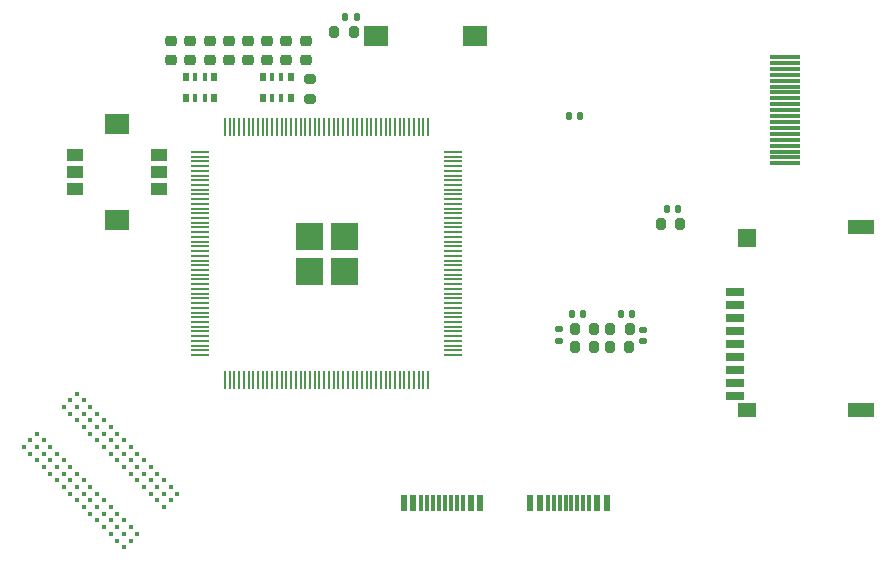
<source format=gtp>
G04 #@! TF.GenerationSoftware,KiCad,Pcbnew,7.0.6*
G04 #@! TF.CreationDate,2023-08-22T01:44:11+01:00*
G04 #@! TF.ProjectId,yasbc,79617362-632e-46b6-9963-61645f706362,rev?*
G04 #@! TF.SameCoordinates,Original*
G04 #@! TF.FileFunction,Paste,Top*
G04 #@! TF.FilePolarity,Positive*
%FSLAX46Y46*%
G04 Gerber Fmt 4.6, Leading zero omitted, Abs format (unit mm)*
G04 Created by KiCad (PCBNEW 7.0.6) date 2023-08-22 01:44:11*
%MOMM*%
%LPD*%
G01*
G04 APERTURE LIST*
G04 Aperture macros list*
%AMRoundRect*
0 Rectangle with rounded corners*
0 $1 Rounding radius*
0 $2 $3 $4 $5 $6 $7 $8 $9 X,Y pos of 4 corners*
0 Add a 4 corners polygon primitive as box body*
4,1,4,$2,$3,$4,$5,$6,$7,$8,$9,$2,$3,0*
0 Add four circle primitives for the rounded corners*
1,1,$1+$1,$2,$3*
1,1,$1+$1,$4,$5*
1,1,$1+$1,$6,$7*
1,1,$1+$1,$8,$9*
0 Add four rect primitives between the rounded corners*
20,1,$1+$1,$2,$3,$4,$5,0*
20,1,$1+$1,$4,$5,$6,$7,0*
20,1,$1+$1,$6,$7,$8,$9,0*
20,1,$1+$1,$8,$9,$2,$3,0*%
G04 Aperture macros list end*
%ADD10C,0.010000*%
%ADD11RoundRect,0.140000X0.140000X0.170000X-0.140000X0.170000X-0.140000X-0.170000X0.140000X-0.170000X0*%
%ADD12RoundRect,0.140000X-0.170000X0.140000X-0.170000X-0.140000X0.170000X-0.140000X0.170000X0.140000X0*%
%ADD13R,0.500000X0.800000*%
%ADD14R,0.400000X0.800000*%
%ADD15RoundRect,0.200000X-0.275000X0.200000X-0.275000X-0.200000X0.275000X-0.200000X0.275000X0.200000X0*%
%ADD16RoundRect,0.060000X-0.720000X-0.060000X0.720000X-0.060000X0.720000X0.060000X-0.720000X0.060000X0*%
%ADD17RoundRect,0.060000X-0.060000X-0.720000X0.060000X-0.720000X0.060000X0.720000X-0.060000X0.720000X0*%
%ADD18RoundRect,0.218750X-0.256250X0.218750X-0.256250X-0.218750X0.256250X-0.218750X0.256250X0.218750X0*%
%ADD19R,1.600000X0.700000*%
%ADD20R,1.500000X1.200000*%
%ADD21R,2.200000X1.200000*%
%ADD22R,1.500000X1.600000*%
%ADD23R,0.600000X1.450000*%
%ADD24R,0.300000X1.450000*%
%ADD25RoundRect,0.200000X-0.200000X-0.275000X0.200000X-0.275000X0.200000X0.275000X-0.200000X0.275000X0*%
%ADD26R,2.000000X1.800000*%
%ADD27RoundRect,0.140000X-0.140000X-0.170000X0.140000X-0.170000X0.140000X0.170000X-0.140000X0.170000X0*%
%ADD28RoundRect,0.200000X0.200000X0.275000X-0.200000X0.275000X-0.200000X-0.275000X0.200000X-0.275000X0*%
%ADD29R,1.350000X1.000000*%
%ADD30R,2.600000X0.300000*%
%ADD31C,0.400000*%
G04 APERTURE END LIST*
D10*
X87389750Y78215070D02*
X85161920Y78215070D01*
X85161920Y80442900D01*
X87389750Y80442900D01*
X87389750Y78215070D01*
G36*
X87389750Y78215070D02*
G01*
X85161920Y78215070D01*
X85161920Y80442900D01*
X87389750Y80442900D01*
X87389750Y78215070D01*
G37*
X87389750Y81223323D02*
X85166920Y81223323D01*
X85166920Y83442900D01*
X87389750Y83442900D01*
X87389750Y81223323D01*
G36*
X87389750Y81223323D02*
G01*
X85166920Y81223323D01*
X85166920Y83442900D01*
X87389750Y83442900D01*
X87389750Y81223323D01*
G37*
X90389750Y81224375D02*
X88171225Y81224375D01*
X88171225Y83442900D01*
X90389750Y83442900D01*
X90389750Y81224375D01*
G36*
X90389750Y81224375D02*
G01*
X88171225Y81224375D01*
X88171225Y83442900D01*
X90389750Y83442900D01*
X90389750Y81224375D01*
G37*
X90389750Y78209800D02*
X88171707Y78209800D01*
X88171707Y80442900D01*
X90389750Y80442900D01*
X90389750Y78209800D01*
G36*
X90389750Y78209800D02*
G01*
X88171707Y78209800D01*
X88171707Y80442900D01*
X90389750Y80442900D01*
X90389750Y78209800D01*
G37*
D11*
X109524800Y75666600D03*
X108564800Y75666600D03*
D12*
X114579400Y74394000D03*
X114579400Y73434000D03*
D13*
X82366000Y93966400D03*
D14*
X83166000Y93966400D03*
X83966000Y93966400D03*
D13*
X84766000Y93966400D03*
X84766000Y95766400D03*
D14*
X83966000Y95766400D03*
X83166000Y95766400D03*
D13*
X82366000Y95766400D03*
D15*
X86363700Y95589300D03*
X86363700Y93939300D03*
D16*
X77099750Y89432900D03*
X77099750Y89032900D03*
X77099750Y88632900D03*
X77099750Y88232900D03*
X77099750Y87832900D03*
X77099750Y87432900D03*
X77099750Y87032900D03*
X77099750Y86632900D03*
X77099750Y86232900D03*
X77099750Y85832900D03*
X77099750Y85432900D03*
X77099750Y85032900D03*
X77099750Y84632900D03*
X77099750Y84232900D03*
X77099750Y83832900D03*
X77099750Y83432900D03*
X77099750Y83032900D03*
X77099750Y82632900D03*
X77099750Y82232900D03*
X77099750Y81832900D03*
X77099750Y81432900D03*
X77099750Y81032900D03*
X77099750Y80632900D03*
X77099750Y80232900D03*
X77099750Y79832900D03*
X77099750Y79432900D03*
X77099750Y79032900D03*
X77099750Y78632900D03*
X77099750Y78232900D03*
X77099750Y77832900D03*
X77099750Y77432900D03*
X77099750Y77032900D03*
X77099750Y76632900D03*
X77099750Y76232900D03*
X77099750Y75832900D03*
X77099750Y75432900D03*
X77099750Y75032900D03*
X77099750Y74632900D03*
X77099750Y74232900D03*
X77099750Y73832900D03*
X77099750Y73432900D03*
X77099750Y73032900D03*
X77099750Y72632900D03*
X77099750Y72232900D03*
D17*
X79179750Y70152900D03*
X79579750Y70152900D03*
X79979750Y70152900D03*
X80379750Y70152900D03*
X80779750Y70152900D03*
X81179750Y70152900D03*
X81579750Y70152900D03*
X81979750Y70152900D03*
X82379750Y70152900D03*
X82779750Y70152900D03*
X83179750Y70152900D03*
X83579750Y70152900D03*
X83979750Y70152900D03*
X84379750Y70152900D03*
X84779750Y70152900D03*
X85179750Y70152900D03*
X85579750Y70152900D03*
X85979750Y70152900D03*
X86379750Y70152900D03*
X86779750Y70152900D03*
X87179750Y70152900D03*
X87579750Y70152900D03*
X87979750Y70152900D03*
X88379750Y70152900D03*
X88779750Y70152900D03*
X89179750Y70152900D03*
X89579750Y70152900D03*
X89979750Y70152900D03*
X90379750Y70152900D03*
X90779750Y70152900D03*
X91179750Y70152900D03*
X91579750Y70152900D03*
X91979750Y70152900D03*
X92379750Y70152900D03*
X92779750Y70152900D03*
X93179750Y70152900D03*
X93579750Y70152900D03*
X93979750Y70152900D03*
X94379750Y70152900D03*
X94779750Y70152900D03*
X95179750Y70152900D03*
X95579750Y70152900D03*
X95979750Y70152900D03*
X96379750Y70152900D03*
D16*
X98459750Y72232900D03*
X98459750Y72632900D03*
X98459750Y73032900D03*
X98459750Y73432900D03*
X98459750Y73832900D03*
X98459750Y74232900D03*
X98459750Y74632900D03*
X98459750Y75032900D03*
X98459750Y75432900D03*
X98459750Y75832900D03*
X98459750Y76232900D03*
X98459750Y76632900D03*
X98459750Y77032900D03*
X98459750Y77432900D03*
X98459750Y77832900D03*
X98459750Y78232900D03*
X98459750Y78632900D03*
X98459750Y79032900D03*
X98459750Y79432900D03*
X98459750Y79832900D03*
X98459750Y80232900D03*
X98459750Y80632900D03*
X98459750Y81032900D03*
X98459750Y81432900D03*
X98459750Y81832900D03*
X98459750Y82232900D03*
X98459750Y82632900D03*
X98459750Y83032900D03*
X98459750Y83432900D03*
X98459750Y83832900D03*
X98459750Y84232900D03*
X98459750Y84632900D03*
X98459750Y85032900D03*
X98459750Y85432900D03*
X98459750Y85832900D03*
X98459750Y86232900D03*
X98459750Y86632900D03*
X98459750Y87032900D03*
X98459750Y87432900D03*
X98459750Y87832900D03*
X98459750Y88232900D03*
X98459750Y88632900D03*
X98459750Y89032900D03*
X98459750Y89432900D03*
D17*
X96379750Y91512900D03*
X95979750Y91512900D03*
X95579750Y91512900D03*
X95179750Y91512900D03*
X94779750Y91512900D03*
X94379750Y91512900D03*
X93979750Y91512900D03*
X93579750Y91512900D03*
X93179750Y91512900D03*
X92779750Y91512900D03*
X92379750Y91512900D03*
X91979750Y91512900D03*
X91579750Y91512900D03*
X91179750Y91512900D03*
X90779750Y91512900D03*
X90379750Y91512900D03*
X89979750Y91512900D03*
X89579750Y91512900D03*
X89179750Y91512900D03*
X88779750Y91512900D03*
X88379750Y91512900D03*
X87979750Y91512900D03*
X87579750Y91512900D03*
X87179750Y91512900D03*
X86779750Y91512900D03*
X86379750Y91512900D03*
X85979750Y91512900D03*
X85579750Y91512900D03*
X85179750Y91512900D03*
X84779750Y91512900D03*
X84379750Y91512900D03*
X83979750Y91512900D03*
X83579750Y91512900D03*
X83179750Y91512900D03*
X82779750Y91512900D03*
X82379750Y91512900D03*
X81979750Y91512900D03*
X81579750Y91512900D03*
X81179750Y91512900D03*
X80779750Y91512900D03*
X80379750Y91512900D03*
X79979750Y91512900D03*
X79579750Y91512900D03*
X79179750Y91512900D03*
D18*
X74625200Y98803500D03*
X74625200Y97228500D03*
X77876401Y98800500D03*
X77876401Y97225500D03*
X86004401Y98800501D03*
X86004401Y97225501D03*
D19*
X122393300Y77561000D03*
X122393300Y76461000D03*
X122393300Y75361000D03*
X122393300Y74261000D03*
X122393300Y73161000D03*
X122393300Y72061000D03*
X122393300Y70961000D03*
X122393300Y69861000D03*
D20*
X123393300Y67561000D03*
D21*
X132993300Y67561000D03*
D22*
X123393300Y82161000D03*
D21*
X132993300Y83061000D03*
D19*
X122393300Y68761000D03*
D18*
X76250800Y98803500D03*
X76250800Y97228500D03*
D23*
X94298700Y59721800D03*
X95098700Y59721800D03*
D24*
X96298700Y59721800D03*
X97298700Y59721800D03*
X97798700Y59721800D03*
X98798700Y59721800D03*
D23*
X99998700Y59721800D03*
X100798700Y59721800D03*
X100798700Y59721800D03*
X99998700Y59721800D03*
D24*
X99298700Y59721800D03*
X98298700Y59721800D03*
X96798700Y59721800D03*
X95798700Y59721800D03*
D23*
X95098700Y59721800D03*
X94298700Y59721800D03*
D25*
X88443800Y99618800D03*
X90093800Y99618800D03*
D13*
X75863601Y93991801D03*
D14*
X76663601Y93991801D03*
X77463601Y93991801D03*
D13*
X78263601Y93991801D03*
X78263601Y95791801D03*
D14*
X77463601Y95791801D03*
X76663601Y95791801D03*
D13*
X75863601Y95791801D03*
D26*
X100389800Y99237800D03*
X91989800Y99237800D03*
D27*
X112677000Y75692000D03*
X113637000Y75692000D03*
D28*
X117741200Y83337400D03*
X116091200Y83337400D03*
D12*
X107467400Y74419400D03*
X107467400Y73459400D03*
D26*
X70027800Y91807000D03*
X70027800Y83707000D03*
D29*
X66452800Y89182000D03*
X66452800Y87757000D03*
X66452800Y86332000D03*
X73602800Y89182000D03*
X73602800Y87757000D03*
X73602800Y86332000D03*
D28*
X113436400Y74422000D03*
X111786400Y74422000D03*
D30*
X126617800Y97464000D03*
X126617800Y96964000D03*
X126617800Y96464000D03*
X126617800Y95964000D03*
X126617800Y95464000D03*
X126617800Y94964000D03*
X126617800Y94464000D03*
X126617800Y93964000D03*
X126617800Y93464000D03*
X126617800Y92964000D03*
X126617800Y92464000D03*
X126617800Y91964000D03*
X126617800Y91464000D03*
X126617800Y90964000D03*
X126617800Y90464000D03*
X126617800Y89964000D03*
X126617800Y89464000D03*
X126617800Y88964000D03*
X126617800Y88464000D03*
D11*
X90322400Y100888800D03*
X89362400Y100888800D03*
D18*
X84378801Y98800500D03*
X84378801Y97225500D03*
X81127601Y98803501D03*
X81127601Y97228501D03*
D25*
X111773200Y72923400D03*
X113423200Y72923400D03*
D27*
X108308200Y92430600D03*
X109268200Y92430600D03*
D18*
X82753201Y98803499D03*
X82753201Y97228499D03*
X79502001Y98800501D03*
X79502001Y97225501D03*
D23*
X105017500Y59721800D03*
X105817500Y59721800D03*
D24*
X107017500Y59721800D03*
X108017500Y59721800D03*
X108517500Y59721800D03*
X109517500Y59721800D03*
D23*
X110717500Y59721800D03*
X111517500Y59721800D03*
X111517500Y59721800D03*
X110717500Y59721800D03*
D24*
X110017500Y59721800D03*
X109017500Y59721800D03*
X107517500Y59721800D03*
X106517500Y59721800D03*
D23*
X105817500Y59721800D03*
X105017500Y59721800D03*
D27*
X116611400Y84556600D03*
X117571400Y84556600D03*
D28*
X110451400Y72923400D03*
X108801400Y72923400D03*
D31*
X62138118Y64448599D03*
X62703803Y65014284D03*
X63269488Y65579970D03*
X65532230Y67842712D03*
X66097916Y68408397D03*
X66663601Y68974082D03*
X62703803Y63882914D03*
X63269488Y64448599D03*
X63835174Y65014284D03*
X66097916Y67277026D03*
X66663601Y67842712D03*
X67229286Y68408397D03*
X63269488Y63317228D03*
X63835174Y63882914D03*
X64400859Y64448599D03*
X66663601Y66711341D03*
X67229286Y67277026D03*
X67794972Y67842712D03*
X63835174Y62751543D03*
X64400859Y63317228D03*
X64966545Y63882914D03*
X67229286Y66145655D03*
X67794972Y66711341D03*
X68360657Y67277026D03*
X64400859Y62185857D03*
X64966545Y62751543D03*
X65532230Y63317228D03*
X67794972Y65579970D03*
X68360657Y66145655D03*
X68926343Y66711341D03*
X64966545Y61620172D03*
X65532230Y62185857D03*
X66097916Y62751543D03*
X68360657Y65014284D03*
X68926343Y65579970D03*
X69492028Y66145655D03*
X65532230Y61054486D03*
X66097916Y61620172D03*
X66663601Y62185857D03*
X68926343Y64448599D03*
X69492028Y65014284D03*
X70057714Y65579970D03*
X66097916Y60488801D03*
X66663601Y61054486D03*
X67229286Y61620172D03*
X69492028Y63882914D03*
X70057714Y64448599D03*
X70623399Y65014284D03*
X66663601Y59923116D03*
X67229286Y60488801D03*
X67794972Y61054486D03*
X70057714Y63317228D03*
X70623399Y63882914D03*
X71189084Y64448599D03*
X67229286Y59357430D03*
X67794972Y59923116D03*
X68360657Y60488801D03*
X70623399Y62751543D03*
X71189084Y63317228D03*
X71754770Y63882914D03*
X67794972Y58791745D03*
X68360657Y59357430D03*
X68926343Y59923116D03*
X71189084Y62185857D03*
X71754770Y62751543D03*
X72320455Y63317228D03*
X68360657Y58226059D03*
X68926343Y58791745D03*
X69492028Y59357430D03*
X71754770Y61620172D03*
X72320455Y62185857D03*
X72886141Y62751543D03*
X68926343Y57660374D03*
X69492028Y58226059D03*
X70057714Y58791745D03*
X72320455Y61054486D03*
X72886141Y61620172D03*
X73451826Y62185857D03*
X69492028Y57094688D03*
X70057714Y57660374D03*
X70623399Y58226059D03*
X72886141Y60488801D03*
X73451826Y61054486D03*
X74017512Y61620172D03*
X70057714Y56529003D03*
X70623399Y57094688D03*
X71189084Y57660374D03*
X73451826Y59923116D03*
X74017512Y60488801D03*
X74583197Y61054486D03*
X70623399Y55963318D03*
X71189084Y56529003D03*
X71754770Y57094688D03*
X74017512Y59357430D03*
X74583197Y59923116D03*
X75148882Y60488801D03*
D25*
X108801400Y74422000D03*
X110451400Y74422000D03*
M02*

</source>
